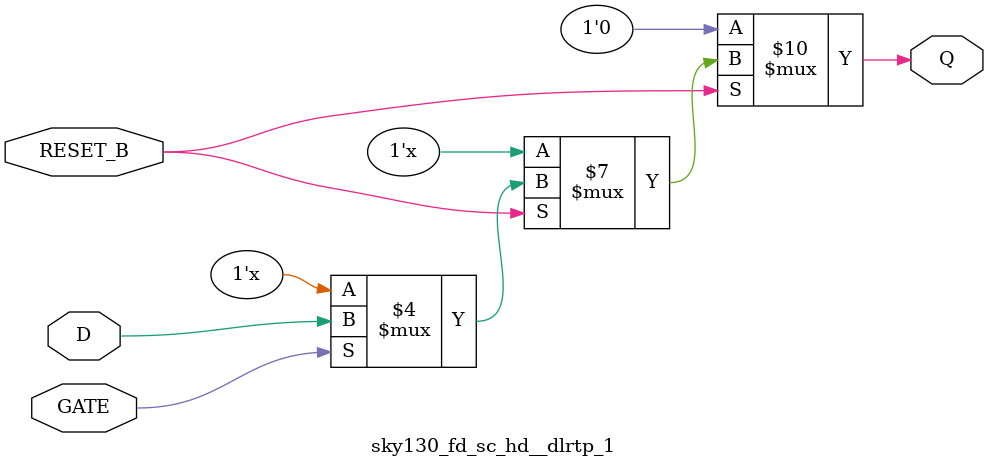
<source format=v>
module   sky130_fd_sc_hd__and2_4
(
   input  wire A,
   input  wire B,
   output wire X
);

   assign X = A & B;
  
endmodule

module sky130_fd_sc_hd__dlrtp_1
(
   input  wire RESET_B,
   input  wire GATE,
   input  wire D,
   output reg  Q
);

   always @*
   begin
      if (~RESET_B)
         Q = 1'b0;
      else if (GATE)
         Q = D;
   end

endmodule


</source>
